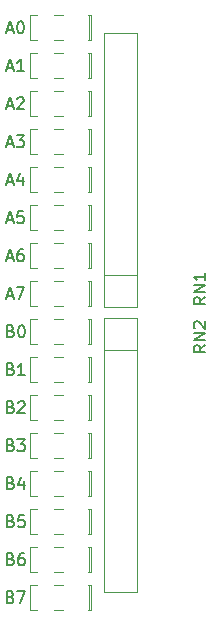
<source format=gbr>
%TF.GenerationSoftware,KiCad,Pcbnew,7.0.7*%
%TF.CreationDate,2023-09-16T00:15:51-05:00*%
%TF.ProjectId,pio-port-blinkenlights,70696f2d-706f-4727-942d-626c696e6b65,rev?*%
%TF.SameCoordinates,Original*%
%TF.FileFunction,Legend,Top*%
%TF.FilePolarity,Positive*%
%FSLAX46Y46*%
G04 Gerber Fmt 4.6, Leading zero omitted, Abs format (unit mm)*
G04 Created by KiCad (PCBNEW 7.0.7) date 2023-09-16 00:15:51*
%MOMM*%
%LPD*%
G01*
G04 APERTURE LIST*
%ADD10C,0.150000*%
%ADD11C,0.120000*%
G04 APERTURE END LIST*
D10*
X100250714Y-72051103D02*
X100726904Y-72051103D01*
X100155476Y-72336818D02*
X100488809Y-71336818D01*
X100488809Y-71336818D02*
X100822142Y-72336818D01*
X101060238Y-71336818D02*
X101679285Y-71336818D01*
X101679285Y-71336818D02*
X101345952Y-71717770D01*
X101345952Y-71717770D02*
X101488809Y-71717770D01*
X101488809Y-71717770D02*
X101584047Y-71765389D01*
X101584047Y-71765389D02*
X101631666Y-71813008D01*
X101631666Y-71813008D02*
X101679285Y-71908246D01*
X101679285Y-71908246D02*
X101679285Y-72146341D01*
X101679285Y-72146341D02*
X101631666Y-72241579D01*
X101631666Y-72241579D02*
X101584047Y-72289199D01*
X101584047Y-72289199D02*
X101488809Y-72336818D01*
X101488809Y-72336818D02*
X101203095Y-72336818D01*
X101203095Y-72336818D02*
X101107857Y-72289199D01*
X101107857Y-72289199D02*
X101060238Y-72241579D01*
X100560238Y-107203671D02*
X100703095Y-107251290D01*
X100703095Y-107251290D02*
X100750714Y-107298909D01*
X100750714Y-107298909D02*
X100798333Y-107394147D01*
X100798333Y-107394147D02*
X100798333Y-107537004D01*
X100798333Y-107537004D02*
X100750714Y-107632242D01*
X100750714Y-107632242D02*
X100703095Y-107679862D01*
X100703095Y-107679862D02*
X100607857Y-107727481D01*
X100607857Y-107727481D02*
X100226905Y-107727481D01*
X100226905Y-107727481D02*
X100226905Y-106727481D01*
X100226905Y-106727481D02*
X100560238Y-106727481D01*
X100560238Y-106727481D02*
X100655476Y-106775100D01*
X100655476Y-106775100D02*
X100703095Y-106822719D01*
X100703095Y-106822719D02*
X100750714Y-106917957D01*
X100750714Y-106917957D02*
X100750714Y-107013195D01*
X100750714Y-107013195D02*
X100703095Y-107108433D01*
X100703095Y-107108433D02*
X100655476Y-107156052D01*
X100655476Y-107156052D02*
X100560238Y-107203671D01*
X100560238Y-107203671D02*
X100226905Y-107203671D01*
X101655476Y-106727481D02*
X101465000Y-106727481D01*
X101465000Y-106727481D02*
X101369762Y-106775100D01*
X101369762Y-106775100D02*
X101322143Y-106822719D01*
X101322143Y-106822719D02*
X101226905Y-106965576D01*
X101226905Y-106965576D02*
X101179286Y-107156052D01*
X101179286Y-107156052D02*
X101179286Y-107537004D01*
X101179286Y-107537004D02*
X101226905Y-107632242D01*
X101226905Y-107632242D02*
X101274524Y-107679862D01*
X101274524Y-107679862D02*
X101369762Y-107727481D01*
X101369762Y-107727481D02*
X101560238Y-107727481D01*
X101560238Y-107727481D02*
X101655476Y-107679862D01*
X101655476Y-107679862D02*
X101703095Y-107632242D01*
X101703095Y-107632242D02*
X101750714Y-107537004D01*
X101750714Y-107537004D02*
X101750714Y-107298909D01*
X101750714Y-107298909D02*
X101703095Y-107203671D01*
X101703095Y-107203671D02*
X101655476Y-107156052D01*
X101655476Y-107156052D02*
X101560238Y-107108433D01*
X101560238Y-107108433D02*
X101369762Y-107108433D01*
X101369762Y-107108433D02*
X101274524Y-107156052D01*
X101274524Y-107156052D02*
X101226905Y-107203671D01*
X101226905Y-107203671D02*
X101179286Y-107298909D01*
X100250714Y-75268436D02*
X100726904Y-75268436D01*
X100155476Y-75554151D02*
X100488809Y-74554151D01*
X100488809Y-74554151D02*
X100822142Y-75554151D01*
X101584047Y-74887484D02*
X101584047Y-75554151D01*
X101345952Y-74506532D02*
X101107857Y-75220817D01*
X101107857Y-75220817D02*
X101726904Y-75220817D01*
X100250714Y-81703102D02*
X100726904Y-81703102D01*
X100155476Y-81988817D02*
X100488809Y-80988817D01*
X100488809Y-80988817D02*
X100822142Y-81988817D01*
X101584047Y-80988817D02*
X101393571Y-80988817D01*
X101393571Y-80988817D02*
X101298333Y-81036436D01*
X101298333Y-81036436D02*
X101250714Y-81084055D01*
X101250714Y-81084055D02*
X101155476Y-81226912D01*
X101155476Y-81226912D02*
X101107857Y-81417388D01*
X101107857Y-81417388D02*
X101107857Y-81798340D01*
X101107857Y-81798340D02*
X101155476Y-81893578D01*
X101155476Y-81893578D02*
X101203095Y-81941198D01*
X101203095Y-81941198D02*
X101298333Y-81988817D01*
X101298333Y-81988817D02*
X101488809Y-81988817D01*
X101488809Y-81988817D02*
X101584047Y-81941198D01*
X101584047Y-81941198D02*
X101631666Y-81893578D01*
X101631666Y-81893578D02*
X101679285Y-81798340D01*
X101679285Y-81798340D02*
X101679285Y-81560245D01*
X101679285Y-81560245D02*
X101631666Y-81465007D01*
X101631666Y-81465007D02*
X101584047Y-81417388D01*
X101584047Y-81417388D02*
X101488809Y-81369769D01*
X101488809Y-81369769D02*
X101298333Y-81369769D01*
X101298333Y-81369769D02*
X101203095Y-81417388D01*
X101203095Y-81417388D02*
X101155476Y-81465007D01*
X101155476Y-81465007D02*
X101107857Y-81560245D01*
X100560238Y-97551672D02*
X100703095Y-97599291D01*
X100703095Y-97599291D02*
X100750714Y-97646910D01*
X100750714Y-97646910D02*
X100798333Y-97742148D01*
X100798333Y-97742148D02*
X100798333Y-97885005D01*
X100798333Y-97885005D02*
X100750714Y-97980243D01*
X100750714Y-97980243D02*
X100703095Y-98027863D01*
X100703095Y-98027863D02*
X100607857Y-98075482D01*
X100607857Y-98075482D02*
X100226905Y-98075482D01*
X100226905Y-98075482D02*
X100226905Y-97075482D01*
X100226905Y-97075482D02*
X100560238Y-97075482D01*
X100560238Y-97075482D02*
X100655476Y-97123101D01*
X100655476Y-97123101D02*
X100703095Y-97170720D01*
X100703095Y-97170720D02*
X100750714Y-97265958D01*
X100750714Y-97265958D02*
X100750714Y-97361196D01*
X100750714Y-97361196D02*
X100703095Y-97456434D01*
X100703095Y-97456434D02*
X100655476Y-97504053D01*
X100655476Y-97504053D02*
X100560238Y-97551672D01*
X100560238Y-97551672D02*
X100226905Y-97551672D01*
X101131667Y-97075482D02*
X101750714Y-97075482D01*
X101750714Y-97075482D02*
X101417381Y-97456434D01*
X101417381Y-97456434D02*
X101560238Y-97456434D01*
X101560238Y-97456434D02*
X101655476Y-97504053D01*
X101655476Y-97504053D02*
X101703095Y-97551672D01*
X101703095Y-97551672D02*
X101750714Y-97646910D01*
X101750714Y-97646910D02*
X101750714Y-97885005D01*
X101750714Y-97885005D02*
X101703095Y-97980243D01*
X101703095Y-97980243D02*
X101655476Y-98027863D01*
X101655476Y-98027863D02*
X101560238Y-98075482D01*
X101560238Y-98075482D02*
X101274524Y-98075482D01*
X101274524Y-98075482D02*
X101179286Y-98027863D01*
X101179286Y-98027863D02*
X101131667Y-97980243D01*
X100250714Y-78485769D02*
X100726904Y-78485769D01*
X100155476Y-78771484D02*
X100488809Y-77771484D01*
X100488809Y-77771484D02*
X100822142Y-78771484D01*
X101631666Y-77771484D02*
X101155476Y-77771484D01*
X101155476Y-77771484D02*
X101107857Y-78247674D01*
X101107857Y-78247674D02*
X101155476Y-78200055D01*
X101155476Y-78200055D02*
X101250714Y-78152436D01*
X101250714Y-78152436D02*
X101488809Y-78152436D01*
X101488809Y-78152436D02*
X101584047Y-78200055D01*
X101584047Y-78200055D02*
X101631666Y-78247674D01*
X101631666Y-78247674D02*
X101679285Y-78342912D01*
X101679285Y-78342912D02*
X101679285Y-78581007D01*
X101679285Y-78581007D02*
X101631666Y-78676245D01*
X101631666Y-78676245D02*
X101584047Y-78723865D01*
X101584047Y-78723865D02*
X101488809Y-78771484D01*
X101488809Y-78771484D02*
X101250714Y-78771484D01*
X101250714Y-78771484D02*
X101155476Y-78723865D01*
X101155476Y-78723865D02*
X101107857Y-78676245D01*
X100250714Y-65616437D02*
X100726904Y-65616437D01*
X100155476Y-65902152D02*
X100488809Y-64902152D01*
X100488809Y-64902152D02*
X100822142Y-65902152D01*
X101679285Y-65902152D02*
X101107857Y-65902152D01*
X101393571Y-65902152D02*
X101393571Y-64902152D01*
X101393571Y-64902152D02*
X101298333Y-65045009D01*
X101298333Y-65045009D02*
X101203095Y-65140247D01*
X101203095Y-65140247D02*
X101107857Y-65187866D01*
X100555238Y-110421009D02*
X100698095Y-110468628D01*
X100698095Y-110468628D02*
X100745714Y-110516247D01*
X100745714Y-110516247D02*
X100793333Y-110611485D01*
X100793333Y-110611485D02*
X100793333Y-110754342D01*
X100793333Y-110754342D02*
X100745714Y-110849580D01*
X100745714Y-110849580D02*
X100698095Y-110897200D01*
X100698095Y-110897200D02*
X100602857Y-110944819D01*
X100602857Y-110944819D02*
X100221905Y-110944819D01*
X100221905Y-110944819D02*
X100221905Y-109944819D01*
X100221905Y-109944819D02*
X100555238Y-109944819D01*
X100555238Y-109944819D02*
X100650476Y-109992438D01*
X100650476Y-109992438D02*
X100698095Y-110040057D01*
X100698095Y-110040057D02*
X100745714Y-110135295D01*
X100745714Y-110135295D02*
X100745714Y-110230533D01*
X100745714Y-110230533D02*
X100698095Y-110325771D01*
X100698095Y-110325771D02*
X100650476Y-110373390D01*
X100650476Y-110373390D02*
X100555238Y-110421009D01*
X100555238Y-110421009D02*
X100221905Y-110421009D01*
X101126667Y-109944819D02*
X101793333Y-109944819D01*
X101793333Y-109944819D02*
X101364762Y-110944819D01*
X117040819Y-89082476D02*
X116564628Y-89415809D01*
X117040819Y-89653904D02*
X116040819Y-89653904D01*
X116040819Y-89653904D02*
X116040819Y-89272952D01*
X116040819Y-89272952D02*
X116088438Y-89177714D01*
X116088438Y-89177714D02*
X116136057Y-89130095D01*
X116136057Y-89130095D02*
X116231295Y-89082476D01*
X116231295Y-89082476D02*
X116374152Y-89082476D01*
X116374152Y-89082476D02*
X116469390Y-89130095D01*
X116469390Y-89130095D02*
X116517009Y-89177714D01*
X116517009Y-89177714D02*
X116564628Y-89272952D01*
X116564628Y-89272952D02*
X116564628Y-89653904D01*
X117040819Y-88653904D02*
X116040819Y-88653904D01*
X116040819Y-88653904D02*
X117040819Y-88082476D01*
X117040819Y-88082476D02*
X116040819Y-88082476D01*
X116136057Y-87653904D02*
X116088438Y-87606285D01*
X116088438Y-87606285D02*
X116040819Y-87511047D01*
X116040819Y-87511047D02*
X116040819Y-87272952D01*
X116040819Y-87272952D02*
X116088438Y-87177714D01*
X116088438Y-87177714D02*
X116136057Y-87130095D01*
X116136057Y-87130095D02*
X116231295Y-87082476D01*
X116231295Y-87082476D02*
X116326533Y-87082476D01*
X116326533Y-87082476D02*
X116469390Y-87130095D01*
X116469390Y-87130095D02*
X117040819Y-87701523D01*
X117040819Y-87701523D02*
X117040819Y-87082476D01*
X100560238Y-91117006D02*
X100703095Y-91164625D01*
X100703095Y-91164625D02*
X100750714Y-91212244D01*
X100750714Y-91212244D02*
X100798333Y-91307482D01*
X100798333Y-91307482D02*
X100798333Y-91450339D01*
X100798333Y-91450339D02*
X100750714Y-91545577D01*
X100750714Y-91545577D02*
X100703095Y-91593197D01*
X100703095Y-91593197D02*
X100607857Y-91640816D01*
X100607857Y-91640816D02*
X100226905Y-91640816D01*
X100226905Y-91640816D02*
X100226905Y-90640816D01*
X100226905Y-90640816D02*
X100560238Y-90640816D01*
X100560238Y-90640816D02*
X100655476Y-90688435D01*
X100655476Y-90688435D02*
X100703095Y-90736054D01*
X100703095Y-90736054D02*
X100750714Y-90831292D01*
X100750714Y-90831292D02*
X100750714Y-90926530D01*
X100750714Y-90926530D02*
X100703095Y-91021768D01*
X100703095Y-91021768D02*
X100655476Y-91069387D01*
X100655476Y-91069387D02*
X100560238Y-91117006D01*
X100560238Y-91117006D02*
X100226905Y-91117006D01*
X101750714Y-91640816D02*
X101179286Y-91640816D01*
X101465000Y-91640816D02*
X101465000Y-90640816D01*
X101465000Y-90640816D02*
X101369762Y-90783673D01*
X101369762Y-90783673D02*
X101274524Y-90878911D01*
X101274524Y-90878911D02*
X101179286Y-90926530D01*
X100560238Y-100769005D02*
X100703095Y-100816624D01*
X100703095Y-100816624D02*
X100750714Y-100864243D01*
X100750714Y-100864243D02*
X100798333Y-100959481D01*
X100798333Y-100959481D02*
X100798333Y-101102338D01*
X100798333Y-101102338D02*
X100750714Y-101197576D01*
X100750714Y-101197576D02*
X100703095Y-101245196D01*
X100703095Y-101245196D02*
X100607857Y-101292815D01*
X100607857Y-101292815D02*
X100226905Y-101292815D01*
X100226905Y-101292815D02*
X100226905Y-100292815D01*
X100226905Y-100292815D02*
X100560238Y-100292815D01*
X100560238Y-100292815D02*
X100655476Y-100340434D01*
X100655476Y-100340434D02*
X100703095Y-100388053D01*
X100703095Y-100388053D02*
X100750714Y-100483291D01*
X100750714Y-100483291D02*
X100750714Y-100578529D01*
X100750714Y-100578529D02*
X100703095Y-100673767D01*
X100703095Y-100673767D02*
X100655476Y-100721386D01*
X100655476Y-100721386D02*
X100560238Y-100769005D01*
X100560238Y-100769005D02*
X100226905Y-100769005D01*
X101655476Y-100626148D02*
X101655476Y-101292815D01*
X101417381Y-100245196D02*
X101179286Y-100959481D01*
X101179286Y-100959481D02*
X101798333Y-100959481D01*
X100250714Y-62399104D02*
X100726904Y-62399104D01*
X100155476Y-62684819D02*
X100488809Y-61684819D01*
X100488809Y-61684819D02*
X100822142Y-62684819D01*
X101345952Y-61684819D02*
X101441190Y-61684819D01*
X101441190Y-61684819D02*
X101536428Y-61732438D01*
X101536428Y-61732438D02*
X101584047Y-61780057D01*
X101584047Y-61780057D02*
X101631666Y-61875295D01*
X101631666Y-61875295D02*
X101679285Y-62065771D01*
X101679285Y-62065771D02*
X101679285Y-62303866D01*
X101679285Y-62303866D02*
X101631666Y-62494342D01*
X101631666Y-62494342D02*
X101584047Y-62589580D01*
X101584047Y-62589580D02*
X101536428Y-62637200D01*
X101536428Y-62637200D02*
X101441190Y-62684819D01*
X101441190Y-62684819D02*
X101345952Y-62684819D01*
X101345952Y-62684819D02*
X101250714Y-62637200D01*
X101250714Y-62637200D02*
X101203095Y-62589580D01*
X101203095Y-62589580D02*
X101155476Y-62494342D01*
X101155476Y-62494342D02*
X101107857Y-62303866D01*
X101107857Y-62303866D02*
X101107857Y-62065771D01*
X101107857Y-62065771D02*
X101155476Y-61875295D01*
X101155476Y-61875295D02*
X101203095Y-61780057D01*
X101203095Y-61780057D02*
X101250714Y-61732438D01*
X101250714Y-61732438D02*
X101345952Y-61684819D01*
X117040819Y-85018476D02*
X116564628Y-85351809D01*
X117040819Y-85589904D02*
X116040819Y-85589904D01*
X116040819Y-85589904D02*
X116040819Y-85208952D01*
X116040819Y-85208952D02*
X116088438Y-85113714D01*
X116088438Y-85113714D02*
X116136057Y-85066095D01*
X116136057Y-85066095D02*
X116231295Y-85018476D01*
X116231295Y-85018476D02*
X116374152Y-85018476D01*
X116374152Y-85018476D02*
X116469390Y-85066095D01*
X116469390Y-85066095D02*
X116517009Y-85113714D01*
X116517009Y-85113714D02*
X116564628Y-85208952D01*
X116564628Y-85208952D02*
X116564628Y-85589904D01*
X117040819Y-84589904D02*
X116040819Y-84589904D01*
X116040819Y-84589904D02*
X117040819Y-84018476D01*
X117040819Y-84018476D02*
X116040819Y-84018476D01*
X117040819Y-83018476D02*
X117040819Y-83589904D01*
X117040819Y-83304190D02*
X116040819Y-83304190D01*
X116040819Y-83304190D02*
X116183676Y-83399428D01*
X116183676Y-83399428D02*
X116278914Y-83494666D01*
X116278914Y-83494666D02*
X116326533Y-83589904D01*
X100250714Y-84920435D02*
X100726904Y-84920435D01*
X100155476Y-85206150D02*
X100488809Y-84206150D01*
X100488809Y-84206150D02*
X100822142Y-85206150D01*
X101060238Y-84206150D02*
X101726904Y-84206150D01*
X101726904Y-84206150D02*
X101298333Y-85206150D01*
X100560238Y-103986338D02*
X100703095Y-104033957D01*
X100703095Y-104033957D02*
X100750714Y-104081576D01*
X100750714Y-104081576D02*
X100798333Y-104176814D01*
X100798333Y-104176814D02*
X100798333Y-104319671D01*
X100798333Y-104319671D02*
X100750714Y-104414909D01*
X100750714Y-104414909D02*
X100703095Y-104462529D01*
X100703095Y-104462529D02*
X100607857Y-104510148D01*
X100607857Y-104510148D02*
X100226905Y-104510148D01*
X100226905Y-104510148D02*
X100226905Y-103510148D01*
X100226905Y-103510148D02*
X100560238Y-103510148D01*
X100560238Y-103510148D02*
X100655476Y-103557767D01*
X100655476Y-103557767D02*
X100703095Y-103605386D01*
X100703095Y-103605386D02*
X100750714Y-103700624D01*
X100750714Y-103700624D02*
X100750714Y-103795862D01*
X100750714Y-103795862D02*
X100703095Y-103891100D01*
X100703095Y-103891100D02*
X100655476Y-103938719D01*
X100655476Y-103938719D02*
X100560238Y-103986338D01*
X100560238Y-103986338D02*
X100226905Y-103986338D01*
X101703095Y-103510148D02*
X101226905Y-103510148D01*
X101226905Y-103510148D02*
X101179286Y-103986338D01*
X101179286Y-103986338D02*
X101226905Y-103938719D01*
X101226905Y-103938719D02*
X101322143Y-103891100D01*
X101322143Y-103891100D02*
X101560238Y-103891100D01*
X101560238Y-103891100D02*
X101655476Y-103938719D01*
X101655476Y-103938719D02*
X101703095Y-103986338D01*
X101703095Y-103986338D02*
X101750714Y-104081576D01*
X101750714Y-104081576D02*
X101750714Y-104319671D01*
X101750714Y-104319671D02*
X101703095Y-104414909D01*
X101703095Y-104414909D02*
X101655476Y-104462529D01*
X101655476Y-104462529D02*
X101560238Y-104510148D01*
X101560238Y-104510148D02*
X101322143Y-104510148D01*
X101322143Y-104510148D02*
X101226905Y-104462529D01*
X101226905Y-104462529D02*
X101179286Y-104414909D01*
X100560238Y-87899673D02*
X100703095Y-87947292D01*
X100703095Y-87947292D02*
X100750714Y-87994911D01*
X100750714Y-87994911D02*
X100798333Y-88090149D01*
X100798333Y-88090149D02*
X100798333Y-88233006D01*
X100798333Y-88233006D02*
X100750714Y-88328244D01*
X100750714Y-88328244D02*
X100703095Y-88375864D01*
X100703095Y-88375864D02*
X100607857Y-88423483D01*
X100607857Y-88423483D02*
X100226905Y-88423483D01*
X100226905Y-88423483D02*
X100226905Y-87423483D01*
X100226905Y-87423483D02*
X100560238Y-87423483D01*
X100560238Y-87423483D02*
X100655476Y-87471102D01*
X100655476Y-87471102D02*
X100703095Y-87518721D01*
X100703095Y-87518721D02*
X100750714Y-87613959D01*
X100750714Y-87613959D02*
X100750714Y-87709197D01*
X100750714Y-87709197D02*
X100703095Y-87804435D01*
X100703095Y-87804435D02*
X100655476Y-87852054D01*
X100655476Y-87852054D02*
X100560238Y-87899673D01*
X100560238Y-87899673D02*
X100226905Y-87899673D01*
X101417381Y-87423483D02*
X101512619Y-87423483D01*
X101512619Y-87423483D02*
X101607857Y-87471102D01*
X101607857Y-87471102D02*
X101655476Y-87518721D01*
X101655476Y-87518721D02*
X101703095Y-87613959D01*
X101703095Y-87613959D02*
X101750714Y-87804435D01*
X101750714Y-87804435D02*
X101750714Y-88042530D01*
X101750714Y-88042530D02*
X101703095Y-88233006D01*
X101703095Y-88233006D02*
X101655476Y-88328244D01*
X101655476Y-88328244D02*
X101607857Y-88375864D01*
X101607857Y-88375864D02*
X101512619Y-88423483D01*
X101512619Y-88423483D02*
X101417381Y-88423483D01*
X101417381Y-88423483D02*
X101322143Y-88375864D01*
X101322143Y-88375864D02*
X101274524Y-88328244D01*
X101274524Y-88328244D02*
X101226905Y-88233006D01*
X101226905Y-88233006D02*
X101179286Y-88042530D01*
X101179286Y-88042530D02*
X101179286Y-87804435D01*
X101179286Y-87804435D02*
X101226905Y-87613959D01*
X101226905Y-87613959D02*
X101274524Y-87518721D01*
X101274524Y-87518721D02*
X101322143Y-87471102D01*
X101322143Y-87471102D02*
X101417381Y-87423483D01*
X100560238Y-94334339D02*
X100703095Y-94381958D01*
X100703095Y-94381958D02*
X100750714Y-94429577D01*
X100750714Y-94429577D02*
X100798333Y-94524815D01*
X100798333Y-94524815D02*
X100798333Y-94667672D01*
X100798333Y-94667672D02*
X100750714Y-94762910D01*
X100750714Y-94762910D02*
X100703095Y-94810530D01*
X100703095Y-94810530D02*
X100607857Y-94858149D01*
X100607857Y-94858149D02*
X100226905Y-94858149D01*
X100226905Y-94858149D02*
X100226905Y-93858149D01*
X100226905Y-93858149D02*
X100560238Y-93858149D01*
X100560238Y-93858149D02*
X100655476Y-93905768D01*
X100655476Y-93905768D02*
X100703095Y-93953387D01*
X100703095Y-93953387D02*
X100750714Y-94048625D01*
X100750714Y-94048625D02*
X100750714Y-94143863D01*
X100750714Y-94143863D02*
X100703095Y-94239101D01*
X100703095Y-94239101D02*
X100655476Y-94286720D01*
X100655476Y-94286720D02*
X100560238Y-94334339D01*
X100560238Y-94334339D02*
X100226905Y-94334339D01*
X101179286Y-93953387D02*
X101226905Y-93905768D01*
X101226905Y-93905768D02*
X101322143Y-93858149D01*
X101322143Y-93858149D02*
X101560238Y-93858149D01*
X101560238Y-93858149D02*
X101655476Y-93905768D01*
X101655476Y-93905768D02*
X101703095Y-93953387D01*
X101703095Y-93953387D02*
X101750714Y-94048625D01*
X101750714Y-94048625D02*
X101750714Y-94143863D01*
X101750714Y-94143863D02*
X101703095Y-94286720D01*
X101703095Y-94286720D02*
X101131667Y-94858149D01*
X101131667Y-94858149D02*
X101750714Y-94858149D01*
X100250714Y-68833770D02*
X100726904Y-68833770D01*
X100155476Y-69119485D02*
X100488809Y-68119485D01*
X100488809Y-68119485D02*
X100822142Y-69119485D01*
X101107857Y-68214723D02*
X101155476Y-68167104D01*
X101155476Y-68167104D02*
X101250714Y-68119485D01*
X101250714Y-68119485D02*
X101488809Y-68119485D01*
X101488809Y-68119485D02*
X101584047Y-68167104D01*
X101584047Y-68167104D02*
X101631666Y-68214723D01*
X101631666Y-68214723D02*
X101679285Y-68309961D01*
X101679285Y-68309961D02*
X101679285Y-68405199D01*
X101679285Y-68405199D02*
X101631666Y-68548056D01*
X101631666Y-68548056D02*
X101060238Y-69119485D01*
X101060238Y-69119485D02*
X101679285Y-69119485D01*
D11*
%TO.C,A3*%
X107340000Y-72941999D02*
X107340000Y-70821999D01*
X107340000Y-72941999D02*
X107130000Y-72941999D01*
X107340000Y-70821999D02*
X107130000Y-70821999D01*
X107220000Y-72941999D02*
X107220000Y-70821999D01*
X104970000Y-72941999D02*
X104239000Y-72941999D01*
X104970000Y-70821999D02*
X104239000Y-70821999D01*
X102780000Y-72941999D02*
X102220000Y-72941999D01*
X102780000Y-70821999D02*
X102220000Y-70821999D01*
X102220000Y-72941999D02*
X102220000Y-70821999D01*
%TO.C,B6*%
X107335000Y-108332662D02*
X107335000Y-106212662D01*
X107335000Y-108332662D02*
X107125000Y-108332662D01*
X107335000Y-106212662D02*
X107125000Y-106212662D01*
X107215000Y-108332662D02*
X107215000Y-106212662D01*
X104965000Y-108332662D02*
X104234000Y-108332662D01*
X104965000Y-106212662D02*
X104234000Y-106212662D01*
X102775000Y-108332662D02*
X102215000Y-108332662D01*
X102775000Y-106212662D02*
X102215000Y-106212662D01*
X102215000Y-108332662D02*
X102215000Y-106212662D01*
%TO.C,A4*%
X107335000Y-76159332D02*
X107335000Y-74039332D01*
X107335000Y-76159332D02*
X107125000Y-76159332D01*
X107335000Y-74039332D02*
X107125000Y-74039332D01*
X107215000Y-76159332D02*
X107215000Y-74039332D01*
X104965000Y-76159332D02*
X104234000Y-76159332D01*
X104965000Y-74039332D02*
X104234000Y-74039332D01*
X102775000Y-76159332D02*
X102215000Y-76159332D01*
X102775000Y-74039332D02*
X102215000Y-74039332D01*
X102215000Y-76159332D02*
X102215000Y-74039332D01*
%TO.C,A6*%
X107335000Y-82593998D02*
X107335000Y-80473998D01*
X107335000Y-82593998D02*
X107125000Y-82593998D01*
X107335000Y-80473998D02*
X107125000Y-80473998D01*
X107215000Y-82593998D02*
X107215000Y-80473998D01*
X104965000Y-82593998D02*
X104234000Y-82593998D01*
X104965000Y-80473998D02*
X104234000Y-80473998D01*
X102775000Y-82593998D02*
X102215000Y-82593998D01*
X102775000Y-80473998D02*
X102215000Y-80473998D01*
X102215000Y-82593998D02*
X102215000Y-80473998D01*
%TO.C,B3*%
X107335000Y-98680663D02*
X107335000Y-96560663D01*
X107335000Y-98680663D02*
X107125000Y-98680663D01*
X107335000Y-96560663D02*
X107125000Y-96560663D01*
X107215000Y-98680663D02*
X107215000Y-96560663D01*
X104965000Y-98680663D02*
X104234000Y-98680663D01*
X104965000Y-96560663D02*
X104234000Y-96560663D01*
X102775000Y-98680663D02*
X102215000Y-98680663D01*
X102775000Y-96560663D02*
X102215000Y-96560663D01*
X102215000Y-98680663D02*
X102215000Y-96560663D01*
%TO.C,A5*%
X107340000Y-79376665D02*
X107340000Y-77256665D01*
X107340000Y-79376665D02*
X107130000Y-79376665D01*
X107340000Y-77256665D02*
X107130000Y-77256665D01*
X107220000Y-79376665D02*
X107220000Y-77256665D01*
X104970000Y-79376665D02*
X104239000Y-79376665D01*
X104970000Y-77256665D02*
X104239000Y-77256665D01*
X102780000Y-79376665D02*
X102220000Y-79376665D01*
X102780000Y-77256665D02*
X102220000Y-77256665D01*
X102220000Y-79376665D02*
X102220000Y-77256665D01*
%TO.C,A1*%
X107335000Y-66507333D02*
X107335000Y-64387333D01*
X107335000Y-66507333D02*
X107125000Y-66507333D01*
X107335000Y-64387333D02*
X107125000Y-64387333D01*
X107215000Y-66507333D02*
X107215000Y-64387333D01*
X104965000Y-66507333D02*
X104234000Y-66507333D01*
X104965000Y-64387333D02*
X104234000Y-64387333D01*
X102775000Y-66507333D02*
X102215000Y-66507333D01*
X102775000Y-64387333D02*
X102215000Y-64387333D01*
X102215000Y-66507333D02*
X102215000Y-64387333D01*
%TO.C,B7*%
X107335000Y-111550000D02*
X107335000Y-109430000D01*
X107335000Y-111550000D02*
X107125000Y-111550000D01*
X107335000Y-109430000D02*
X107125000Y-109430000D01*
X107215000Y-111550000D02*
X107215000Y-109430000D01*
X104965000Y-111550000D02*
X104234000Y-111550000D01*
X104965000Y-109430000D02*
X104234000Y-109430000D01*
X102775000Y-111550000D02*
X102215000Y-111550000D01*
X102775000Y-109430000D02*
X102215000Y-109430000D01*
X102215000Y-111550000D02*
X102215000Y-109430000D01*
%TO.C,RN2*%
X111255000Y-86825000D02*
X108455000Y-86825000D01*
X108455000Y-86825000D02*
X108455000Y-110025000D01*
X111255000Y-89535000D02*
X108455000Y-89535000D01*
X111255000Y-110025000D02*
X111255000Y-86825000D01*
X108455000Y-110025000D02*
X111255000Y-110025000D01*
%TO.C,B1*%
X107340000Y-92245997D02*
X107340000Y-90125997D01*
X107340000Y-92245997D02*
X107130000Y-92245997D01*
X107340000Y-90125997D02*
X107130000Y-90125997D01*
X107220000Y-92245997D02*
X107220000Y-90125997D01*
X104970000Y-92245997D02*
X104239000Y-92245997D01*
X104970000Y-90125997D02*
X104239000Y-90125997D01*
X102780000Y-92245997D02*
X102220000Y-92245997D01*
X102780000Y-90125997D02*
X102220000Y-90125997D01*
X102220000Y-92245997D02*
X102220000Y-90125997D01*
%TO.C,B4*%
X107340000Y-101897996D02*
X107340000Y-99777996D01*
X107340000Y-101897996D02*
X107130000Y-101897996D01*
X107340000Y-99777996D02*
X107130000Y-99777996D01*
X107220000Y-101897996D02*
X107220000Y-99777996D01*
X104970000Y-101897996D02*
X104239000Y-101897996D01*
X104970000Y-99777996D02*
X104239000Y-99777996D01*
X102780000Y-101897996D02*
X102220000Y-101897996D01*
X102780000Y-99777996D02*
X102220000Y-99777996D01*
X102220000Y-101897996D02*
X102220000Y-99777996D01*
%TO.C,A0*%
X107335000Y-63290000D02*
X107335000Y-61170000D01*
X107335000Y-63290000D02*
X107125000Y-63290000D01*
X107335000Y-61170000D02*
X107125000Y-61170000D01*
X107215000Y-63290000D02*
X107215000Y-61170000D01*
X104965000Y-63290000D02*
X104234000Y-63290000D01*
X104965000Y-61170000D02*
X104234000Y-61170000D01*
X102775000Y-63290000D02*
X102215000Y-63290000D01*
X102775000Y-61170000D02*
X102215000Y-61170000D01*
X102215000Y-63290000D02*
X102215000Y-61170000D01*
%TO.C,RN1*%
X108455000Y-85895000D02*
X111255000Y-85895000D01*
X111255000Y-85895000D02*
X111255000Y-62695000D01*
X108455000Y-83185000D02*
X111255000Y-83185000D01*
X108455000Y-62695000D02*
X108455000Y-85895000D01*
X111255000Y-62695000D02*
X108455000Y-62695000D01*
%TO.C,A7*%
X107335000Y-85811331D02*
X107335000Y-83691331D01*
X107335000Y-85811331D02*
X107125000Y-85811331D01*
X107335000Y-83691331D02*
X107125000Y-83691331D01*
X107215000Y-85811331D02*
X107215000Y-83691331D01*
X104965000Y-85811331D02*
X104234000Y-85811331D01*
X104965000Y-83691331D02*
X104234000Y-83691331D01*
X102775000Y-85811331D02*
X102215000Y-85811331D01*
X102775000Y-83691331D02*
X102215000Y-83691331D01*
X102215000Y-85811331D02*
X102215000Y-83691331D01*
%TO.C,B5*%
X107335000Y-105115329D02*
X107335000Y-102995329D01*
X107335000Y-105115329D02*
X107125000Y-105115329D01*
X107335000Y-102995329D02*
X107125000Y-102995329D01*
X107215000Y-105115329D02*
X107215000Y-102995329D01*
X104965000Y-105115329D02*
X104234000Y-105115329D01*
X104965000Y-102995329D02*
X104234000Y-102995329D01*
X102775000Y-105115329D02*
X102215000Y-105115329D01*
X102775000Y-102995329D02*
X102215000Y-102995329D01*
X102215000Y-105115329D02*
X102215000Y-102995329D01*
%TO.C,B0*%
X107335000Y-89028664D02*
X107335000Y-86908664D01*
X107335000Y-89028664D02*
X107125000Y-89028664D01*
X107335000Y-86908664D02*
X107125000Y-86908664D01*
X107215000Y-89028664D02*
X107215000Y-86908664D01*
X104965000Y-89028664D02*
X104234000Y-89028664D01*
X104965000Y-86908664D02*
X104234000Y-86908664D01*
X102775000Y-89028664D02*
X102215000Y-89028664D01*
X102775000Y-86908664D02*
X102215000Y-86908664D01*
X102215000Y-89028664D02*
X102215000Y-86908664D01*
%TO.C,B2*%
X107335000Y-95463330D02*
X107335000Y-93343330D01*
X107335000Y-95463330D02*
X107125000Y-95463330D01*
X107335000Y-93343330D02*
X107125000Y-93343330D01*
X107215000Y-95463330D02*
X107215000Y-93343330D01*
X104965000Y-95463330D02*
X104234000Y-95463330D01*
X104965000Y-93343330D02*
X104234000Y-93343330D01*
X102775000Y-95463330D02*
X102215000Y-95463330D01*
X102775000Y-93343330D02*
X102215000Y-93343330D01*
X102215000Y-95463330D02*
X102215000Y-93343330D01*
%TO.C,A2*%
X107335000Y-69724666D02*
X107335000Y-67604666D01*
X107335000Y-69724666D02*
X107125000Y-69724666D01*
X107335000Y-67604666D02*
X107125000Y-67604666D01*
X107215000Y-69724666D02*
X107215000Y-67604666D01*
X104965000Y-69724666D02*
X104234000Y-69724666D01*
X104965000Y-67604666D02*
X104234000Y-67604666D01*
X102775000Y-69724666D02*
X102215000Y-69724666D01*
X102775000Y-67604666D02*
X102215000Y-67604666D01*
X102215000Y-69724666D02*
X102215000Y-67604666D01*
%TD*%
M02*

</source>
